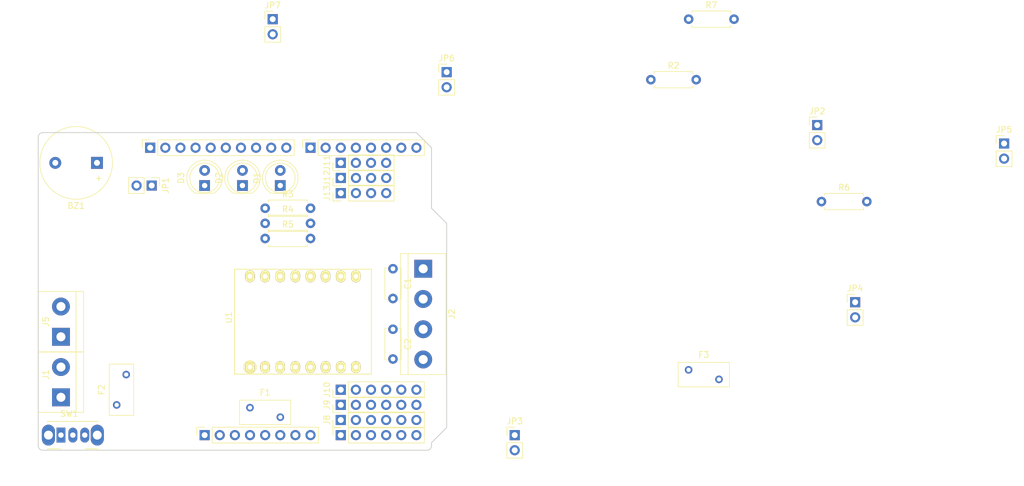
<source format=kicad_pcb>
(kicad_pcb (version 20211014) (generator pcbnew)
  (title_block (date "mar. 31 mars 2015"))
  (layers (0 "F.Cu" signal) (31 "B.Cu" signal) (34 "B.Paste" user) (35 "F.Paste" user) (36 "B.SilkS" user "B.Silkscreen") (37 "F.SilkS" user "F.Silkscreen") (38 "B.Mask" user) (39 "F.Mask" user) (44 "Edge.Cuts" user))
  (net 0 "")
  (net 1 "GND")
  (net 2 "Net-(BZ1-Pad1)")
  (net 3 "+5V")
  (net 4 "/IOREF")
  (net 5 "/A0")
  (net 6 "/A1")
  (net 7 "/A2")
  (net 8 "/A3")
  (net 9 "/SDA{slash}A4")
  (net 10 "/SCL{slash}A5")
  (net 11 "/13")
  (net 12 "/12")
  (net 13 "/AREF")
  (net 14 "/8")
  (net 15 "/7")
  (net 16 "/*11")
  (net 17 "/*10")
  (net 18 "/*9")
  (net 19 "/4")
  (net 20 "/2")
  (net 21 "/*6")
  (net 22 "/*5")
  (net 23 "/TX{slash}1")
  (net 24 "/*3")
  (net 25 "/RX{slash}0")
  (net 26 "Net-(C1-Pad1)")
  (net 27 "Net-(C1-Pad2)")
  (net 28 "/~{RESET}")
  (net 29 "Net-(C2-Pad1)")
  (net 30 "Net-(C2-Pad2)")
  (net 31 "Net-(D1-Pad1)")
  (net 32 "Net-(D2-Pad1)")
  (net 33 "Net-(D3-Pad1)")
  (net 34 "/3")
  (net 35 "Net-(F1-Pad1)")
  (net 36 "Net-(F2-Pad1)")
  (net 37 "/+BAT")
  (net 38 "Net-(F3-Pad1)")
  (net 39 "+3.3V")
  (net 40 "/STUP_IN")
  (net 42 "/Vin")
  (net 43 "Net-(JP2-Pad1)")
  (net 44 "Net-(JP3-Pad1)")
  (net 45 "Net-(D4-Pad4)")
  (net 46 "Net-(JP5-Pad1)")
  (net 47 "Net-(JP6-Pad1)")
  (net 48 "Net-(JP7-Pad1)")
  (footprint "Connector_PinSocket_2.54mm:PinSocket_1x08_P2.54mm_Vertical" (layer "F.Cu") (at 127.94 97.46 90)
    (fp_text reference "J4" hide)
    (fp_text value "Power")
    (fp_line (start -1.33 19.11) (end 1.33 19.11) (layer "F.SilkS") (width 0.12))
    (fp_line (start 1.33 1.27) (end 1.33 19.11) (layer "F.SilkS") (width 0.12))
    (fp_line (start -1.33 1.27) (end 1.33 1.27) (layer "F.SilkS") (width 0.12))
    (fp_line (start 0 -1.33) (end 1.33 -1.33) (layer "F.SilkS") (width 0.12))
    (fp_line (start 1.33 -1.33) (end 1.33 0) (layer "F.SilkS") (width 0.12))
    (fp_line (start -1.33 1.27) (end -1.33 19.11) (layer "F.SilkS") (width 0.12))
    (pad "1" thru_hole rect locked (at 0 0 90) (size 1.7 1.7) (drill 1) (layers *.Cu *.Mask))
    (pad "2" thru_hole oval locked (at 0 2.54 90) (size 1.7 1.7) (drill 1) (layers *.Cu *.Mask) (net 4 "/IOREF"))
    (pad "3" thru_hole oval locked (at 0 5.08 90) (size 1.7 1.7) (drill 1) (layers *.Cu *.Mask) (net 28 "/~{RESET}"))
    (pad "4" thru_hole oval locked (at 0 7.62 90) (size 1.7 1.7) (drill 1) (layers *.Cu *.Mask) (net 38 "Net-(F3-Pad1)"))
    (pad "5" thru_hole oval locked (at 0 10.16 90) (size 1.7 1.7) (drill 1) (layers *.Cu *.Mask) (net 35 "Net-(F1-Pad1)"))
    (pad "6" thru_hole oval locked (at 0 12.7 90) (size 1.7 1.7) (drill 1) (layers *.Cu *.Mask) (net 1 "GND"))
    (pad "7" thru_hole oval locked (at 0 15.24 90) (size 1.7 1.7) (drill 1) (layers *.Cu *.Mask) (net 1 "GND"))
    (pad "8" thru_hole oval locked (at 0 17.78 90) (size 1.7 1.7) (drill 1) (layers *.Cu *.Mask) (net 42 "/Vin"))
  )
  (footprint "Connector_PinSocket_2.54mm:PinSocket_1x06_P2.54mm_Vertical" (layer "F.Cu") (at 150.8 97.46 90)
    (fp_text reference "J6" hide)
    (fp_text value "Analog")
    (fp_line (start 1.33 1.27) (end 1.33 14.03) (layer "F.SilkS") (width 0.12))
    (fp_line (start 0 -1.33) (end 1.33 -1.33) (layer "F.SilkS") (width 0.12))
    (fp_line (start -1.33 1.27) (end 1.33 1.27) (layer "F.SilkS") (width 0.12))
    (fp_line (start -1.33 1.27) (end -1.33 14.03) (layer "F.SilkS") (width 0.12))
    (fp_line (start -1.33 14.03) (end 1.33 14.03) (layer "F.SilkS") (width 0.12))
    (fp_line (start 1.33 -1.33) (end 1.33 0) (layer "F.SilkS") (width 0.12))
    (pad "1" thru_hole rect locked (at 0 0 90) (size 1.7 1.7) (drill 1) (layers *.Cu *.Mask) (net 5 "/A0"))
    (pad "2" thru_hole oval locked (at 0 2.54 90) (size 1.7 1.7) (drill 1) (layers *.Cu *.Mask) (net 6 "/A1"))
    (pad "3" thru_hole oval locked (at 0 5.08 90) (size 1.7 1.7) (drill 1) (layers *.Cu *.Mask) (net 7 "/A2"))
    (pad "4" thru_hole oval locked (at 0 7.62 90) (size 1.7 1.7) (drill 1) (layers *.Cu *.Mask) (net 8 "/A3"))
    (pad "5" thru_hole oval locked (at 0 10.16 90) (size 1.7 1.7) (drill 1) (layers *.Cu *.Mask) (net 9 "/SDA{slash}A4"))
    (pad "6" thru_hole oval locked (at 0 12.7 90) (size 1.7 1.7) (drill 1) (layers *.Cu *.Mask) (net 10 "/SCL{slash}A5"))
  )
  (footprint "Connector_PinSocket_2.54mm:PinSocket_1x10_P2.54mm_Vertical" (layer "F.Cu") (at 118.796 49.2 90)
    (fp_text reference "J3" hide)
    (fp_text value "Digital/PWM")
    (fp_line (start -1.33 24.19) (end 1.33 24.19) (layer "F.SilkS") (width 0.12))
    (fp_line (start -1.33 1.27) (end -1.33 24.19) (layer "F.SilkS") (width 0.12))
    (fp_line (start 1.33 -1.33) (end 1.33 0) (layer "F.SilkS") (width 0.12))
    (fp_line (start 0 -1.33) (end 1.33 -1.33) (layer "F.SilkS") (width 0.12))
    (fp_line (start 1.33 1.27) (end 1.33 24.19) (layer "F.SilkS") (width 0.12))
    (fp_line (start -1.33 1.27) (end 1.33 1.27) (layer "F.SilkS") (width 0.12))
    (pad "1" thru_hole rect locked (at 0 0 90) (size 1.7 1.7) (drill 1) (layers *.Cu *.Mask) (net 10 "/SCL{slash}A5"))
    (pad "2" thru_hole oval locked (at 0 2.54 90) (size 1.7 1.7) (drill 1) (layers *.Cu *.Mask) (net 9 "/SDA{slash}A4"))
    (pad "3" thru_hole oval locked (at 0 5.08 90) (size 1.7 1.7) (drill 1) (layers *.Cu *.Mask) (net 13 "/AREF"))
    (pad "4" thru_hole oval locked (at 0 7.62 90) (size 1.7 1.7) (drill 1) (layers *.Cu *.Mask) (net 1 "GND"))
    (pad "5" thru_hole oval locked (at 0 10.16 90) (size 1.7 1.7) (drill 1) (layers *.Cu *.Mask) (net 11 "/13"))
    (pad "6" thru_hole oval locked (at 0 12.7 90) (size 1.7 1.7) (drill 1) (layers *.Cu *.Mask) (net 12 "/12"))
    (pad "7" thru_hole oval locked (at 0 15.24 90) (size 1.7 1.7) (drill 1) (layers *.Cu *.Mask) (net 16 "/*11"))
    (pad "8" thru_hole oval locked (at 0 17.78 90) (size 1.7 1.7) (drill 1) (layers *.Cu *.Mask) (net 17 "/*10"))
    (pad "9" thru_hole oval locked (at 0 20.32 90) (size 1.7 1.7) (drill 1) (layers *.Cu *.Mask) (net 18 "/*9"))
    (pad "10" thru_hole oval locked (at 0 22.86 90) (size 1.7 1.7) (drill 1) (layers *.Cu *.Mask) (net 14 "/8"))
  )
  (footprint "Connector_PinSocket_2.54mm:PinSocket_1x08_P2.54mm_Vertical" (layer "F.Cu") (at 145.72 49.2 90)
    (fp_text reference "J7" hide)
    (fp_text value "Digital/PWM")
    (fp_line (start -1.33 19.11) (end 1.33 19.11) (layer "F.SilkS") (width 0.12))
    (fp_line (start -1.33 1.27) (end -1.33 19.11) (layer "F.SilkS") (width 0.12))
    (fp_line (start 0 -1.33) (end 1.33 -1.33) (layer "F.SilkS") (width 0.12))
    (fp_line (start -1.33 1.27) (end 1.33 1.27) (layer "F.SilkS") (width 0.12))
    (fp_line (start 1.33 -1.33) (end 1.33 0) (layer "F.SilkS") (width 0.12))
    (fp_line (start 1.33 1.27) (end 1.33 19.11) (layer "F.SilkS") (width 0.12))
    (pad "1" thru_hole rect locked (at 0 0 90) (size 1.7 1.7) (drill 1) (layers *.Cu *.Mask) (net 15 "/7"))
    (pad "2" thru_hole oval locked (at 0 2.54 90) (size 1.7 1.7) (drill 1) (layers *.Cu *.Mask) (net 21 "/*6"))
    (pad "3" thru_hole oval locked (at 0 5.08 90) (size 1.7 1.7) (drill 1) (layers *.Cu *.Mask) (net 22 "/*5"))
    (pad "4" thru_hole oval locked (at 0 7.62 90) (size 1.7 1.7) (drill 1) (layers *.Cu *.Mask) (net 19 "/4"))
    (pad "5" thru_hole oval locked (at 0 10.16 90) (size 1.7 1.7) (drill 1) (layers *.Cu *.Mask) (net 24 "/*3"))
    (pad "6" thru_hole oval locked (at 0 12.7 90) (size 1.7 1.7) (drill 1) (layers *.Cu *.Mask) (net 20 "/2"))
    (pad "7" thru_hole oval locked (at 0 15.24 90) (size 1.7 1.7) (drill 1) (layers *.Cu *.Mask) (net 23 "/TX{slash}1"))
    (pad "8" thru_hole oval locked (at 0 17.78 90) (size 1.7 1.7) (drill 1) (layers *.Cu *.Mask) (net 25 "/RX{slash}0"))
  )
  (footprint "Resistor_THT:R_Axial_DIN0207_L6.3mm_D2.5mm_P7.62mm_Horizontal" (layer "F.Cu") (at 202.87 37.77)
    (fp_text reference "R2" (at 3.81 -2.37) (layer "F.SilkS"))
    (fp_text value "R")
    (fp_line (start 0.54 -1.04) (end 0.54 -1.37) (layer "F.SilkS") (width 0.12))
    (fp_line (start 7.08 -1.37) (end 7.08 -1.04) (layer "F.SilkS") (width 0.12))
    (fp_line (start 0.54 1.37) (end 7.08 1.37) (layer "F.SilkS") (width 0.12))
    (fp_line (start 0.54 1.04) (end 0.54 1.37) (layer "F.SilkS") (width 0.12))
    (fp_line (start 0.54 -1.37) (end 7.08 -1.37) (layer "F.SilkS") (width 0.12))
    (fp_line (start 7.08 1.37) (end 7.08 1.04) (layer "F.SilkS") (width 0.12))
    (pad "1" thru_hole circle (at 0 0) (size 1.6 1.6) (drill 0.8) (layers *.Cu *.Mask) (net 43 "Net-(JP2-Pad1)"))
    (pad "2" thru_hole oval (at 7.62 0) (size 1.6 1.6) (drill 0.8) (layers *.Cu *.Mask) (net 1 "GND"))
  )
  (footprint "Connector_PinHeader_2.54mm:PinHeader_1x06_P2.54mm_Vertical" (layer "F.Cu") (at 150.8 89.84 90)
    (fp_text reference "J10" (at 0 -2.33 90) (layer "F.SilkS"))
    (fp_text value "Anlg. GND")
    (fp_line (start -1.33 0) (end -1.33 -1.33) (layer "F.SilkS") (width 0.12))
    (fp_line (start -1.33 1.27) (end -1.33 14.03) (layer "F.SilkS") (width 0.12))
    (fp_line (start -1.33 1.27) (end 1.33 1.27) (layer "F.SilkS") (width 0.12))
    (fp_line (start -1.33 -1.33) (end 0 -1.33) (layer "F.SilkS") (width 0.12))
    (fp_line (start -1.33 14.03) (end 1.33 14.03) (layer "F.SilkS") (width 0.12))
    (fp_line (start 1.33 1.27) (end 1.33 14.03) (layer "F.SilkS") (width 0.12))
    (pad "1" thru_hole rect (at 0 0 90) (size 1.7 1.7) (drill 1) (layers *.Cu *.Mask) (net 1 "GND"))
    (pad "2" thru_hole oval (at 0 2.54 90) (size 1.7 1.7) (drill 1) (layers *.Cu *.Mask) (net 1 "GND"))
    (pad "3" thru_hole oval (at 0 5.08 90) (size 1.7 1.7) (drill 1) (layers *.Cu *.Mask) (net 1 "GND"))
    (pad "4" thru_hole oval (at 0 7.62 90) (size 1.7 1.7) (drill 1) (layers *.Cu *.Mask) (net 1 "GND"))
    (pad "5" thru_hole oval (at 0 10.16 90) (size 1.7 1.7) (drill 1) (layers *.Cu *.Mask) (net 1 "GND"))
    (pad "6" thru_hole oval (at 0 12.7 90) (size 1.7 1.7) (drill 1) (layers *.Cu *.Mask) (net 1 "GND"))
  )
  (footprint "Fuse:Fuse_BelFuse_0ZRE0005FF_L8.3mm_W3.8mm" (layer "F.Cu") (at 135.55 92.85)
    (fp_text reference "F1" (at 2.54 -2.54) (layer "F.SilkS"))
    (fp_text value "Polyfuse")
    (fp_line (start 6.85 -1.25) (end 6.85 2.85) (layer "F.SilkS") (width 0.12))
    (fp_line (start -1.75 -1.25) (end -1.75 2.85) (layer "F.SilkS") (width 0.12))
    (fp_line (start -1.75 -1.25) (end 6.85 -1.25) (layer "F.SilkS") (width 0.12))
    (fp_line (start -1.75 2.85) (end 6.85 2.85) (layer "F.SilkS") (width 0.12))
    (pad "1" thru_hole circle (at 0 0) (size 1.27 1.27) (drill 0.71) (layers *.Cu *.Mask) (net 35 "Net-(F1-Pad1)"))
    (pad "2" thru_hole circle (at 5.1 1.6) (size 1.27 1.27) (drill 0.71) (layers *.Cu *.Mask) (net 3 "+5V"))
  )
  (footprint "Connector_PinHeader_2.54mm:PinHeader_1x04_P2.54mm_Vertical" (layer "F.Cu") (at 150.8 51.74 90)
    (fp_text reference "J11" (at 0 -2.33 90) (layer "F.SilkS"))
    (fp_text value "Digital")
    (fp_line (start -1.33 1.27) (end -1.33 8.95) (layer "F.SilkS") (width 0.12))
    (fp_line (start -1.33 8.95) (end 1.33 8.95) (layer "F.SilkS") (width 0.12))
    (fp_line (start 1.33 1.27) (end 1.33 8.95) (layer "F.SilkS") (width 0.12))
    (fp_line (start -1.33 -1.33) (end 0 -1.33) (layer "F.SilkS") (width 0.12))
    (fp_line (start -1.33 1.27) (end 1.33 1.27) (layer "F.SilkS") (width 0.12))
    (fp_line (start -1.33 0) (end -1.33 -1.33) (layer "F.SilkS") (width 0.12))
    (pad "1" thru_hole rect (at 0 0 90) (size 1.7 1.7) (drill 1) (layers *.Cu *.Mask) (net 22 "/*5"))
    (pad "2" thru_hole oval (at 0 2.54 90) (size 1.7 1.7) (drill 1) (layers *.Cu *.Mask) (net 19 "/4"))
    (pad "3" thru_hole oval (at 0 5.08 90) (size 1.7 1.7) (drill 1) (layers *.Cu *.Mask) (net 24 "/*3"))
    (pad "4" thru_hole oval (at 0 7.62 90) (size 1.7 1.7) (drill 1) (layers *.Cu *.Mask) (net 20 "/2"))
  )
  (footprint "LED_THT:LED_D5.0mm" (layer "F.Cu") (at 134.29 55.55 90)
    (fp_text reference "D2" (at 1.27 -3.96 90) (layer "F.SilkS"))
    (fp_text value "Yellow")
    (fp_line (start -1.29 -1.545) (end -1.29 1.545) (layer "F.SilkS") (width 0.12))
    (fp_arc (start -1.29 -1.54483) (mid 2.072002 -2.880433) (end 4.26 0.000462) (layer "F.SilkS") (width 0.12))
    (fp_arc (start 4.26 -0.000462) (mid 2.072002 2.880433) (end -1.29 1.54483) (layer "F.SilkS") (width 0.12))
    (fp_circle (center 1.27 0) (end 3.77 0) (layer "F.SilkS") (width 0.12) (fill none))
    (pad "1" thru_hole rect (at 0 0 90) (size 1.8 1.8) (drill 0.9) (layers *.Cu *.Mask) (net 32 "Net-(D2-Pad1)"))
    (pad "2" thru_hole circle (at 2.54 0 90) (size 1.8 1.8) (drill 0.9) (layers *.Cu *.Mask) (net 19 "/4"))
  )
  (footprint "Connector_PinHeader_2.54mm:PinHeader_1x02_P2.54mm_Vertical" (layer "F.Cu") (at 139.37 27.61)
    (fp_text reference "JP7" (at 0 -2.33) (layer "F.SilkS"))
    (fp_text value "Jump_D11")
    (fp_line (start 1.33 1.27) (end 1.33 3.87) (layer "F.SilkS") (width 0.12))
    (fp_line (start -1.33 1.27) (end 1.33 1.27) (layer "F.SilkS") (width 0.12))
    (fp_line (start -1.33 1.27) (end -1.33 3.87) (layer "F.SilkS") (width 0.12))
    (fp_line (start -1.33 0) (end -1.33 -1.33) (layer "F.SilkS") (width 0.12))
    (fp_line (start -1.33 3.87) (end 1.33 3.87) (layer "F.SilkS") (width 0.12))
    (fp_line (start -1.33 -1.33) (end 0 -1.33) (layer "F.SilkS") (width 0.12))
    (pad "1" thru_hole rect (at 0 0) (size 1.7 1.7) (drill 1) (layers *.Cu *.Mask) (net 48 "Net-(JP7-Pad1)"))
    (pad "2" thru_hole oval (at 0 2.54) (size 1.7 1.7) (drill 1) (layers *.Cu *.Mask) (net 16 "/*11"))
  )
  (footprint "LED_THT:LED_D5.0mm" (layer "F.Cu") (at 127.94 55.55 90)
    (fp_text reference "D3" (at 1.27 -3.96 90) (layer "F.SilkS"))
    (fp_text value "Green")
    (fp_line (start -1.29 -1.545) (end -1.29 1.545) (layer "F.SilkS") (width 0.12))
    (fp_arc (start -1.29 -1.54483) (mid 2.072002 -2.880433) (end 4.26 0.000462) (layer "F.SilkS") (width 0.12))
    (fp_arc (start 4.26 -0.000462) (mid 2.072002 2.880433) (end -1.29 1.54483) (layer "F.SilkS") (width 0.12))
    (fp_circle (center 1.27 0) (end 3.77 0) (layer "F.SilkS") (width 0.12) (fill none))
    (pad "1" thru_hole rect (at 0 0 90) (size 1.8 1.8) (drill 0.9) (layers *.Cu *.Mask) (net 33 "Net-(D3-Pad1)"))
    (pad "2" thru_hole circle (at 2.54 0 90) (size 1.8 1.8) (drill 0.9) (layers *.Cu *.Mask) (net 34 "/3"))
  )
  (footprint "Connector_PinHeader_2.54mm:PinHeader_1x02_P2.54mm_Vertical" (layer "F.Cu") (at 230.81 45.39)
    (fp_text reference "JP2" (at 0 -2.33) (layer "F.SilkS"))
    (fp_text value "Jump_A0")
    (fp_line (start -1.33 1.27) (end -1.33 3.87) (layer "F.SilkS") (width 0.12))
    (fp_line (start -1.33 0) (end -1.33 -1.33) (layer "F.SilkS") (width 0.12))
    (fp_line (start -1.33 3.87) (end 1.33 3.87) (layer "F.SilkS") (width 0.12))
    (fp_line (start -1.33 1.27) (end 1.33 1.27) (layer "F.SilkS") (width 0.12))
    (fp_line (start 1.33 1.27) (end 1.33 3.87) (layer "F.SilkS") (width 0.12))
    (fp_line (start -1.33 -1.33) (end 0 -1.33) (layer "F.SilkS") (width 0.12))
    (pad "1" thru_hole rect (at 0 0) (size 1.7 1.7) (drill 1) (layers *.Cu *.Mask) (net 43 "Net-(JP2-Pad1)"))
    (pad "2" thru_hole oval (at 0 2.54) (size 1.7 1.7) (drill 1) (layers *.Cu *.Mask) (net 5 "/A0"))
  )
  (footprint "Connector_PinHeader_2.54mm:PinHeader_1x04_P2.54mm_Vertical" (layer "F.Cu") (at 150.81 56.82 90)
    (fp_text reference "J13" (at 0 -2.33 90) (layer "F.SilkS"))
    (fp_text value "Dig. GND")
    (fp_line (start -1.33 8.95) (end 1.33 8.95) (layer "F.SilkS") (width 0.12))
    (fp_line (start -1.33 1.27) (end 1.33 1.27) (layer "F.SilkS") (width 0.12))
    (fp_line (start -1.33 0) (end -1.33 -1.33) (layer "F.SilkS") (width 0.12))
    (fp_line (start -1.33 1.27) (end -1.33 8.95) (layer "F.SilkS") (width 0.12))
    (fp_line (start 1.33 1.27) (end 1.33 8.95) (layer "F.SilkS") (width 0.12))
    (fp_line (start -1.33 -1.33) (end 0 -1.33) (layer "F.SilkS") (width 0.12))
    (pad "1" thru_hole rect (at 0 0 90) (size 1.7 1.7) (drill 1) (layers *.Cu *.Mask) (net 1 "GND"))
    (pad "2" thru_hole oval (at 0 2.54 90) (size 1.7 1.7) (drill 1) (layers *.Cu *.Mask) (net 1 "GND"))
    (pad "3" thru_hole oval (at 0 5.08 90) (size 1.7 1.7) (drill 1) (layers *.Cu *.Mask) (net 1 "GND"))
    (pad "4" thru_hole oval (at 0 7.62 90) (size 1.7 1.7) (drill 1) (layers *.Cu *.Mask) (net 1 "GND"))
  )
  (footprint "Connector_PinHeader_2.54mm:PinHeader_1x04_P2.54mm_Vertical" (layer "F.Cu") (at 150.81 54.28 90)
    (fp_text reference "J12" (at 0 -2.33 90) (layer "F.SilkS"))
    (fp_text value "Dig. Pwr.")
    (fp_line (start -1.33 1.27) (end 1.33 1.27) (layer "F.SilkS") (width 0.12))
    (fp_line (start -1.33 1.27) (end -1.33 8.95) (layer "F.SilkS") (width 0.12))
    (fp_line (start -1.33 -1.33) (end 0 -1.33) (layer "F.SilkS") (width 0.12))
    (fp_line (start -1.33 0) (end -1.33 -1.33) (layer "F.SilkS") (width 0.12))
    (fp_line (start -1.33 8.95) (end 1.33 8.95) (layer "F.SilkS") (width 0.12))
    (fp_line (start 1.33 1.27) (end 1.33 8.95) (layer "F.SilkS") (width 0.12))
    (pad "1" thru_hole rect (at 0 0 90) (size 1.7 1.7) (drill 1) (layers *.Cu *.Mask) (net 3 "+5V"))
    (pad "2" thru_hole oval (at 0 2.54 90) (size 1.7 1.7) (drill 1) (layers *.Cu *.Mask) (net 3 "+5V"))
    (pad "3" thru_hole oval (at 0 5.08 90) (size 1.7 1.7) (drill 1) (layers *.Cu *.Mask) (net 3 "+5V"))
    (pad "4" thru_hole oval (at 0 7.62 90) (size 1.7 1.7) (drill 1) (layers *.Cu *.Mask) (net 3 "+5V"))
  )
  (footprint "LED_THT:LED_D5.0mm" (layer "F.Cu") (at 140.64 55.55 90)
    (fp_text reference "D1" (at 1.27 -3.96 90) (layer "F.SilkS"))
    (fp_text value "Red")
    (fp_line (start -1.29 -1.545) (end -1.29 1.545) (layer "F.SilkS") (width 0.12))
    (fp_arc (start -1.29 -1.54483) (mid 2.072002 -2.880433) (end 4.26 0.000462) (layer "F.SilkS") (width 0.12))
    (fp_arc (start 4.26 -0.000462) (mid 2.072002 2.880433) (end -1.29 1.54483) (layer "F.SilkS") (width 0.12))
    (fp_circle (center 1.27 0) (end 3.77 0) (layer "F.SilkS") (width 0.12) (fill none))
    (pad "1" thru_hole rect (at 0 0 90) (size 1.8 1.8) (drill 0.9) (layers *.Cu *.Mask) (net 31 "Net-(D1-Pad1)"))
    (pad "2" thru_hole circle (at 2.54 0 90) (size 1.8 1.8) (drill 0.9) (layers *.Cu *.Mask) (net 22 "/*5"))
  )
  (footprint "Connector_PinHeader_2.54mm:PinHeader_1x02_P2.54mm_Vertical" (layer "F.Cu") (at 168.58 36.5)
    (fp_text reference "JP6" (at 0 -2.33) (layer "F.SilkS"))
    (fp_text value "Jump_D12")
    (fp_line (start 1.33 1.27) (end 1.33 3.87) (layer "F.SilkS") (width 0.12))
    (fp_line (start -1.33 1.27) (end 1.33 1.27) (layer "F.SilkS") (width 0.12))
    (fp_line (start -1.33 3.87) (end 1.33 3.87) (layer "F.SilkS") (width 0.12))
    (fp_line (start -1.33 1.27) (end -1.33 3.87) (layer "F.SilkS") (width 0.12))
    (fp_line (start -1.33 -1.33) (end 0 -1.33) (layer "F.SilkS") (width 0.12))
    (fp_line (start -1.33 0) (end -1.33 -1.33) (layer "F.SilkS") (width 0.12))
    (pad "1" thru_hole rect (at 0 0) (size 1.7 1.7) (drill 1) (layers *.Cu *.Mask) (net 47 "Net-(JP6-Pad1)"))
    (pad "2" thru_hole oval (at 0 2.54) (size 1.7 1.7) (drill 1) (layers *.Cu *.Mask) (net 12 "/12"))
  )
  (footprint "Capacitor_THT:C_Disc_D5.0mm_W2.5mm_P5.00mm" (layer "F.Cu") (at 159.563 69.52 -90)
    (fp_text reference "C1" (at 2.5 -2.5 90) (layer "F.SilkS"))
    (fp_text value "C")
    (fp_line (start 5.12 1.055) (end 5.12 1.37) (layer "F.SilkS") (width 0.12))
    (fp_line (start 5.12 -1.37) (end 5.12 -1.055) (layer "F.SilkS") (width 0.12))
    (fp_line (start -0.12 1.37) (end 5.12 1.37) (layer "F.SilkS") (width 0.12))
    (fp_line (start -0.12 1.055) (end -0.12 1.37) (layer "F.SilkS") (width 0.12))
    (fp_line (start -0.12 -1.37) (end -0.12 -1.055) (layer "F.SilkS") (width 0.12))
    (fp_line (start -0.12 -1.37) (end 5.12 -1.37) (layer "F.SilkS") (width 0.12))
    (pad "1" thru_hole circle (at 0 0 270) (size 1.6 1.6) (drill 0.8) (layers *.Cu *.Mask) (net 26 "Net-(C1-Pad1)"))
    (pad "2" thru_hole circle (at 5 0 270) (size 1.6 1.6) (drill 0.8) (layers *.Cu *.Mask) (net 27 "Net-(C1-Pad2)"))
  )
  (footprint "Capacitor_THT:C_Disc_D5.0mm_W2.5mm_P5.00mm" (layer "F.Cu") (at 159.563 79.68 -90)
    (fp_text reference "C2" (at 2.5 -2.5 90) (layer "F.SilkS"))
    (fp_text value "C")
    (fp_line (start -0.12 -1.37) (end 5.12 -1.37) (layer "F.SilkS") (width 0.12))
    (fp_line (start -0.12 -1.37) (end -0.12 -1.055) (layer "F.SilkS") (width 0.12))
    (fp_line (start -0.12 1.37) (end 5.12 1.37) (layer "F.SilkS") (width 0.12))
    (fp_line (start 5.12 -1.37) (end 5.12 -1.055) (layer "F.SilkS") (width 0.12))
    (fp_line (start 5.12 1.055) (end 5.12 1.37) (layer "F.SilkS") (width 0.12))
    (fp_line (start -0.12 1.055) (end -0.12 1.37) (layer "F.SilkS") (width 0.12))
    (pad "1" thru_hole circle (at 0 0 270) (size 1.6 1.6) (drill 0.8) (layers *.Cu *.Mask) (net 29 "Net-(C2-Pad1)"))
    (pad "2" thru_hole circle (at 5 0 270) (size 1.6 1.6) (drill 0.8) (layers *.Cu *.Mask) (net 30 "Net-(C2-Pad2)"))
  )
  (footprint "TerminalBlock:TerminalBlock_bornier-2_P5.08mm" (layer "F.Cu") (at 103.81 80.95 90)
    (fp_text reference "J5" (at 2.54 -2.54 90) (layer "F.SilkS"))
    (fp_text value "STUP->PCB")
    (fp_line (start 7.62 -3.81) (end -2.54 -3.81) (layer "F.SilkS") (width 0.12))
    (fp_line (start -2.54 -3.81) (end -2.54 3.81) (layer "F.SilkS") (width 0.12))
    (fp_line (start -2.54 3.81) (end 7.62 3.81) (layer "F.SilkS") (width 0.12))
    (fp_line (start 7.62 2.54) (end -2.54 2.54) (layer "F.SilkS") (width 0.12))
    (fp_line (start 7.62 3.81) (end 7.62 -3.81) (layer "F.SilkS") (width 0.12))
    (pad "1" thru_hole rect (at 0 0 90) (size 3 3) (drill 1.52) (layers *.Cu *.Mask) (net 42 "/Vin"))
    (pad "2" thru_hole circle (at 5.08 0 90) (size 3 3) (drill 1.52) (layers *.Cu *.Mask) (net 1 "GND"))
  )
  (footprint "Arduino_MountingHole:MountingHole_3.2mm" (layer "F.Cu") (at 115.24 49.2)
    (fp_text reference "MH1" hide)
    (fp_text value "MountingHole_3.2mm" hide)
    (pad "" np_thru_hole circle locked (at 0 0) (size 3.2 3.2) (drill 3.2) (layers *.Cu *.Mask))
  )
  (footprint "Resistor_THT:R_Axial_DIN0207_L6.3mm_D2.5mm_P7.62mm_Horizontal" (layer "F.Cu") (at 209.22 27.61)
    (fp_text reference "R7" (at 3.81 -2.37) (layer "F.SilkS"))
    (fp_text value "R")
    (fp_line (start 7.08 -1.37) (end 7.08 -1.04) (layer "F.SilkS") (width 0.12))
    (fp_line (start 7.08 1.37) (end 7.08 1.04) (layer "F.SilkS") (width 0.12))
    (fp_line (start 0.54 1.37) (end 7.08 1.37) (layer "F.SilkS") (width 0.12))
    (fp_line (start 0.54 -1.37) (end 7.08 -1.37) (layer "F.SilkS") (width 0.12))
    (fp_line (start 0.54 -1.04) (end 0.54 -1.37) (layer "F.SilkS") (width 0.12))
    (fp_line (start 0.54 1.04) (end 0.54 1.37) (layer "F.SilkS") (width 0.12))
    (pad "1" thru_hole circle (at 0 0) (size 1.6 1.6) (drill 0.8) (layers *.Cu *.Mask) (net 48 "Net-(JP7-Pad1)"))
    (pad "2" thru_hole oval (at 7.62 0) (size 1.6 1.6) (drill 0.8) (layers *.Cu *.Mask) (net 1 "GND"))
  )
  (footprint "Resistor_THT:R_Axial_DIN0207_L6.3mm_D2.5mm_P7.62mm_Horizontal" (layer "F.Cu") (at 231.52 58.24)
    (fp_text reference "R6" (at 3.81 -2.37) (layer "F.SilkS"))
    (fp_text value "R")
    (fp_line (start 0.54 1.37) (end 7.08 1.37) (layer "F.SilkS") (width 0.12))
    (fp_line (start 0.54 1.04) (end 0.54 1.37) (layer "F.SilkS") (width 0.12))
    (fp_line (start 7.08 -1.37) (end 7.08 -1.04) (layer "F.SilkS") (width 0.12))
    (fp_line (start 7.08 1.37) (end 7.08 1.04) (layer "F.SilkS") (width 0.12))
    (fp_line (start 0.54 -1.37) (end 7.08 -1.37) (layer "F.SilkS") (width 0.12))
    (fp_line (start 0.54 -1.04) (end 0.54 -1.37) (layer "F.SilkS") (width 0.12))
    (pad "1" thru_hole circle (at 0 0) (size 1.6 1.6) (drill 0.8) (layers *.Cu *.Mask) (net 47 "Net-(JP6-Pad1)"))
    (pad "2" thru_hole oval (at 7.62 0) (size 1.6 1.6) (drill 0.8) (layers *.Cu *.Mask) (net 1 "GND"))
  )
  (footprint "Connector_PinHeader_2.54mm:PinHeader_1x02_P2.54mm_Vertical" (layer "F.Cu") (at 262.19 48.49)
    (fp_text reference "JP5" (at 0 -2.33) (layer "F.SilkS"))
    (fp_text value "Jump_A2")
    (fp_line (start 1.33 1.27) (end 1.33 3.87) (layer "F.SilkS") (width 0.12))
    (fp_line (start -1.33 3.87) (end 1.33 3.87) (layer "F.SilkS") (width 0.12))
    (fp_line (start -1.33 -1.33) (end 0 -1.33) (layer "F.SilkS") (width 0.12))
    (fp_line (start -1.33 0) (end -1.33 -1.33) (layer "F.SilkS") (width 0.12))
    (fp_line (start -1.33 1.27) (end 1.33 1.27) (layer "F.SilkS") (width 0.12))
    (fp_line (start -1.33 1.27) (end -1.33 3.87) (layer "F.SilkS") (width 0.12))
    (pad "1" thru_hole rect (at 0 0) (size 1.7 1.7) (drill 1) (layers *.Cu *.Mask) (net 46 "Net-(JP5-Pad1)"))
    (pad "2" thru_hole oval (at 0 2.54) (size 1.7 1.7) (drill 1) (layers *.Cu *.Mask) (net 7 "/A2"))
  )
  (footprint "Resistor_THT:R_Axial_DIN0207_L6.3mm_D2.5mm_P7.62mm_Horizontal" (layer "F.Cu") (at 138.1 59.36)
    (fp_text reference "R3" (at 3.81 -2.37) (layer "F.SilkS"))
    (fp_text value "R")
    (fp_line (start 7.08 -1.37) (end 7.08 -1.04) (layer "F.SilkS") (width 0.12))
    (fp_line (start 0.54 -1.04) (end 0.54 -1.37) (layer "F.SilkS") (width 0.12))
    (fp_line (start 7.08 1.37) (end 7.08 1.04) (layer "F.SilkS") (width 0.12))
    (fp_line (start 0.54 -1.37) (end 7.08 -1.37) (layer "F.SilkS") (width 0.12))
    (fp_line (start 0.54 1.37) (end 7.08 1.37) (layer "F.SilkS") (width 0.12))
    (fp_line (start 0.54 1.04) (end 0.54 1.37) (layer "F.SilkS") (width 0.12))
    (pad "1" thru_hole circle (at 0 0) (size 1.6 1.6) (drill 0.8) (layers *.Cu *.Mask) (net 31 "Net-(D1-Pad1)"))
    (pad "2" thru_hole oval (at 7.62 0) (size 1.6 1.6) (drill 0.8) (layers *.Cu *.Mask) (net 1 "GND"))
  )
  (footprint "Connector_PinHeader_2.54mm:PinHeader_1x02_P2.54mm_Vertical" (layer "F.Cu") (at 119.05 55.55 -90)
    (fp_text reference "JP1" (at 0 -2.33 90) (layer "F.SilkS"))
    (fp_text value "Jump_D13")
    (fp_line (start 1.33 1.27) (end 1.33 3.87) (layer "F.SilkS") (width 0.12))
    (fp_line (start -1.33 1.27) (end -1.33 3.87) (layer "F.SilkS") (width 0.12))
    (fp_line (start -1.33 1.27) (end 1.33 1.27) (layer "F.SilkS") (width 0.12))
    (fp_line (start -1.33 -1.33) (end 0 -1.33) (layer "F.SilkS") (width 0.12))
    (fp_line (start -1.33 3.87) (end 1.33 3.87) (layer "F.SilkS") (width 0.12))
    (fp_line (start -1.33 0) (end -1.33 -1.33) (layer "F.SilkS") (width 0.12))
    (pad "1" thru_hole rect (at 0 0 270) (size 1.7 1.7) (drill 1) (layers *.Cu *.Mask) (net 11 "/13"))
    (pad "2" thru_hole oval (at 0 2.54 270) (size 1.7 1.7) (drill 1) (layers *.Cu *.Mask) (net 2 "Net-(BZ1-Pad1)"))
  )
  (footprint "Fuse:Fuse_BelFuse_0ZRE0005FF_L8.3mm_W3.8mm" (layer "F.Cu") (at 209.21 86.5)
    (fp_text reference "F3" (at 2.54 -2.54) (layer "F.SilkS"))
    (fp_text value "Polyfuse")
    (fp_line (start -1.75 2.85) (end 6.85 2.85) (layer "F.SilkS") (width 0.12))
    (fp_line (start 6.85 -1.25) (end 6.85 2.85) (layer "F.SilkS") (width 0.12))
    (fp_line (start -1.75 -1.25) (end -1.75 2.85) (layer "F.SilkS") (width 0.12))
    (fp_line (start -1.75 -1.25) (end 6.85 -1.25) (layer "F.SilkS") (width 0.12))
    (pad "1" thru_hole circle (at 0 0) (size 1.27 1.27) (drill 0.71) (layers *.Cu *.Mask) (net 38 "Net-(F3-Pad1)"))
    (pad "2" thru_hole circle (at 5.1 1.6) (size 1.27 1.27) (drill 0.71) (layers *.Cu *.Mask) (net 39 "+3.3V"))
  )
  (footprint "Fuse:Fuse_BelFuse_0ZRE0005FF_L8.3mm_W3.8mm" (layer "F.Cu") (at 113.17 92.39 90)
    (fp_text reference "F2" (at 2.54 -2.54 90) (layer "F.SilkS"))
    (fp_text value "Polyfuse")
    (fp_line (start -1.75 -1.25) (end -1.75 2.85) (layer "F.SilkS") (width 0.12))
    (fp_line (start -1.75 -1.25) (end 6.85 -1.25) (layer "F.SilkS") (width 0.12))
    (fp_line (start 6.85 -1.25) (end 6.85 2.85) (layer "F.SilkS") (width 0.12))
    (fp_line (start -1.75 2.85) (end 6.85 2.85) (layer "F.SilkS") (width 0.12))
    (pad "1" thru_hole circle (at 0 0 90) (size 1.27 1.27) (drill 0.71) (layers *.Cu *.Mask) (net 36 "Net-(F2-Pad1)"))
    (pad "2" thru_hole circle (at 5.1 1.6 90) (size 1.27 1.27) (drill 0.71) (layers *.Cu *.Mask) (net 37 "/+BAT"))
  )
  (footprint "bl_kicad:Buzzer_11.45x8RM7" (layer "F.Cu") (at 110.16 51.74 180)
    (fp_text reference "BZ1" (at 3.8 -7.2) (layer "F.SilkS"))
    (fp_text value "Buzzer")
    (fp_text user "+" (at -0.01 -2.54) (layer "F.SilkS"))
    (fp_circle (center 3.8 0) (end 9.9 0) (layer "F.SilkS") (width 0.12) (fill none))
    (pad "1" thru_hole rect (at 0.3 0 180) (size 2 2) (drill 1) (layers *.Cu *.Mask) (net 2 "Net-(BZ1-Pad1)"))
    (pad "2" thru_hole circle (at 7.3 0 180) (size 2 2) (drill 1) (layers *.Cu *.Mask) (net 1 "GND"))
  )
  (footprint "Button_Switch_THT:SW_CuK_OS102011MA1QN1_SPDT_Angled" (layer "F.Cu") (at 103.81 97.46)
    (fp_text reference "SW1" (at 1.4 -3.6) (layer "F.SilkS"))
    (fp_text value "SW_SPST")
    (fp_line (start 4 2.3) (end 6.3 2.3) (layer "F.SilkS") (width 0.15))
    (fp_line (start -2.3 -2.3) (end 6.3 -2.3) (layer "F.SilkS") (width 0.15))
    (fp_line (start -2.3 2.3) (end -0.1 2.3) (layer "F.SilkS") (width 0.15))
    (pad "" thru_hole oval (at -2.1 0) (size 2.2 3.5) (drill 1.5) (layers *.Cu *.Mask))
    (pad "" thru_hole oval (at 6.1 0) (size 2.2 3.5) (drill 1.5) (layers *.Cu *.Mask))
    (pad "1" thru_hole rect (at 0 0) (size 1.5 2.5) (drill 0.9) (layers *.Cu *.Mask) (net 37 "/+BAT"))
    (pad "2" thru_hole oval (at 2 0) (size 1.5 2.5) (drill 0.9) (layers *.Cu *.Mask) (net 40 "/STUP_IN"))
    (pad "3" thru_hole oval (at 4 0) (size 1.5 2.5) (drill 0.9) (layers *.Cu *.Mask))
  )
  (footprint "TerminalBlock:TerminalBlock_bornier-4_P5.08mm" (layer "F.Cu") (at 164.643 69.52 -90)
    (fp_text reference "J2" (at 7.6 -4.8 90) (layer "F.SilkS"))
    (fp_text value "Motors Connector")
    (fp_line (start -2.54 -3.81) (end 17.78 -3.81) (layer "F.SilkS") (width 0.12))
    (fp_line (start 17.78 2.54) (end -2.54 2.54) (layer "F.SilkS") (width 0.12))
    (fp_line (start 17.78 3.81) (end 17.78 -3.81) (layer "F.SilkS") (width 0.12))
    (fp_line (start -2.54 3.81) (end 17.78 3.81) (layer "F.SilkS") (width 0.12))
    (fp_line (start -2.54 -3.81) (end -2.54 3.81) (layer "F.SilkS") (width 0.12))
    (pad "1" thru_hole rect (at 0 0 270) (size 3 3) (drill 1.52) (layers *.Cu *.Mask) (net 26 "Net-(C1-Pad1)"))
    (pad "2" thru_hole circle (at 5.08 0 270) (size 3 3) (drill 1.52) (layers *.Cu *.Mask) (net 27 "Net-(C1-Pad2)"))
    (pad "3" thru_hole circle (at 10.16 0 270) (size 3 3) (drill 1.52) (layers *.Cu *.Mask) (net 29 "Net-(C2-Pad1)"))
    (pad "4" thru_hole circle (at 15.24 0 270) (size 3 3) (drill 1.52) (layers *.Cu *.Mask) (net 30 "Net-(C2-Pad2)"))
  )
  (footprint "TerminalBlock:TerminalBlock_bornier-2_P5.08mm" (layer "F.Cu") (at 103.81 91.11 90)
    (fp_text reference "J1" (at 3.81 -2.54 90) (layer "F.SilkS"))
    (fp_text value "BATTERY -> STUP")
    (fp_line (start 7.62 -3.81) (end -2.54 -3.81) (layer "F.SilkS") (width 0.12))
    (fp_line (start -2.54 3.81) (end 7.62 3.81) (layer "F.SilkS") (width 0.12))
    (fp_line (start 7.62 3.81) (end 7.62 -3.81) (layer "F.SilkS") (width 0.12))
    (fp_line (start -2.54 -3.81) (end -2.54 3.81) (layer "F.SilkS") (width 0.12))
    (fp_line (start 7.62 2.54) (end -2.54 2.54) (layer "F.SilkS") (width 0.12))
    (pad "1" thru_hole rect (at 0 0 90) (size 3 3) (drill 1.52) (layers *.Cu *.Mask) (net 40 "/STUP_IN"))
    (pad "2" thru_hole circle (at 5.08 0 90) (size 3 3) (drill 1.52) (layers *.Cu *.Mask) (net 37 "/+BAT"))
  )
  (footprint "Arduino_MountingHole:MountingHole_3.2mm" (layer "F.Cu") (at 113.97 97.46)
    (fp_text reference "MH2" hide)
    (fp_text value "MountingHole_3.2mm" hide)
    (pad "" np_thru_hole circle locked (at 0 0) (size 3.2 3.2) (drill 3.2) (layers *.Cu *.Mask))
  )
  (footprint "Resistor_THT:R_Axial_DIN0207_L6.3mm_D2.5mm_P7.62mm_Horizontal" (layer "F.Cu") (at 138.1 61.9)
    (fp_text reference "R4" (at 3.81 -2.37) (layer "F.SilkS"))
    (fp_text value "R")
    (fp_line (start 7.08 -1.37) (end 7.08 -1.04) (layer "F.SilkS") (width 0.12))
    (fp_line (start 0.54 -1.04) (end 0.54 -1.37) (layer "F.SilkS") (width 0.12))
    (fp_line (start 7.08 1.37) (end 7.08 1.04) (layer "F.SilkS") (width 0.12))
    (fp_line (start 0.54 1.37) (end 7.08 1.37) (layer "F.SilkS") (width 0.12))
    (fp_line (start 0.54 1.04) (end 0.54 1.37) (layer "F.SilkS") (width 0.12))
    (fp_line (start 0.54 -1.37) (end 7.08 -1.37) (layer "F.SilkS") (width 0.12))
    (pad "1" thru_hole circle (at 0 0) (size 1.6 1.6) (drill 0.8) (layers *.Cu *.Mask) (net 32 "Net-(D2-Pad1)"))
    (pad "2" thru_hole oval (at 7.62 0) (size 1.6 1.6) (drill 0.8) (layers *.Cu *.Mask) (net 1 "GND"))
  )
  (footprint "Resistor_THT:R_Axial_DIN0207_L6.3mm_D2.5mm_P7.62mm_Horizontal" (layer "F.Cu") (at 138.1 64.44)
    (fp_text reference "R5" (at 3.81 -2.37) (layer "F.SilkS"))
    (fp_text value "R")
    (fp_line (start 0.54 -1.04) (end 0.54 -1.37) (layer "F.SilkS") (width 0.12))
    (fp_line (start 0.54 1.37) (end 7.08 1.37) (layer "F.SilkS") (width 0.12))
    (fp_line (start 7.08 -1.37) (end 7.08 -1.04) (layer "F.SilkS") (width 0.12))
    (fp_line (start 7.08 1.37) (end 7.08 1.04) (layer "F.SilkS") (width 0.12))
    (fp_line (start 0.54 -1.37) (end 7.08 -1.37) (layer "F.SilkS") (width 0.12))
    (fp_line (start 0.54 1.04) (end 0.54 1.37) (layer "F.SilkS") (width 0.12))
    (pad "1" thru_hole circle (at 0 0) (size 1.6 1.6) (drill 0.8) (layers *.Cu *.Mask) (net 33 "Net-(D3-Pad1)"))
    (pad "2" thru_hole oval (at 7.62 0) (size 1.6 1.6) (drill 0.8) (layers *.Cu *.Mask) (net 1 "GND"))
  )
  (footprint "Arduino_MountingHole:MountingHole_3.2mm" (layer "F.Cu") (at 166.04 64.44)
    (fp_text reference "MH3" hide)
    (fp_text value "MountingHole_3.2mm" hide)
    (pad "" np_thru_hole circle locked (at 0 0) (size 3.2 3.2) (drill 3.2) (layers *.Cu *.Mask))
  )
  (footprint "Connector_PinHeader_2.54mm:PinHeader_1x02_P2.54mm_Vertical" (layer "F.Cu") (at 180.01 97.46)
    (fp_text reference "JP3" (at 0 -2.33) (layer "F.SilkS"))
    (fp_text value "Jump_A1")
    (fp_line (start -1.33 1.27) (end 1.33 1.27) (layer "F.SilkS") (width 0.12))
    (fp_line (start -1.33 0) (end -1.33 -1.33) (layer "F.SilkS") (width 0.12))
    (fp_line (start -1.33 3.87) (end 1.33 3.87) (layer "F.SilkS") (width 0.12))
    (fp_line (start -1.33 -1.33) (end 0 -1.33) (layer "F.SilkS") (width 0.12))
    (fp_line (start 1.33 1.27) (end 1.33 3.87) (layer "F.SilkS") (width 0.12))
    (fp_line (start -1.33 1.27) (end -1.33 3.87) (layer "F.SilkS") (width 0.12))
    (pad "1" thru_hole rect (at 0 0) (size 1.7 1.7) (drill 1) (layers *.Cu *.Mask) (net 44 "Net-(JP3-Pad1)"))
    (pad "2" thru_hole oval (at 0 2.54) (size 1.7 1.7) (drill 1) (layers *.Cu *.Mask) (net 6 "/A1"))
  )
  (footprint "Arduino_MountingHole:MountingHole_3.2mm" (layer "F.Cu") (at 166.04 92.38)
    (fp_text reference "MH4" hide)
    (fp_text value "MountingHole_3.2mm" hide)
    (pad "" np_thru_hole circle locked (at 0 0) (size 3.2 3.2) (drill 3.2) (layers *.Cu *.Mask))
  )
  (footprint "Connector_PinHeader_2.54mm:PinHeader_1x06_P2.54mm_Vertical" (layer "F.Cu") (at 150.8 94.92 90)
    (fp_text reference "J8" (at 0 -2.33 90) (layer "F.SilkS"))
    (fp_text value "Analog")
    (fp_line (start -1.33 14.03) (end 1.33 14.03) (layer "F.SilkS") (width 0.12))
    (fp_line (start -1.33 -1.33) (end 0 -1.33) (layer "F.SilkS") (width 0.12))
    (fp_line (start 1.33 1.27) (end 1.33 14.03) (layer "F.SilkS") (width 0.12))
    (fp_line (start -1.33 1.27) (end 1.33 1.27) (layer "F.SilkS") (width 0.12))
    (fp_line (start -1.33 1.27) (end -1.33 14.03) (layer "F.SilkS") (width 0.12))
    (fp_line (start -1.33 0) (end -1.33 -1.33) (layer "F.SilkS") (width 0.12))
    (pad "1" thru_hole rect (at 0 0 90) (size 1.7 1.7) (drill 1) (layers *.Cu *.Mask) (net 5 "/A0"))
    (pad "2" thru_hole oval (at 0 2.54 90) (size 1.7 1.7) (drill 1) (layers *.Cu *.Mask) (net 6 "/A1"))
    (pad "3" thru_hole oval (at 0 5.08 90) (size 1.7 1.7) (drill 1) (layers *.Cu *.Mask) (net 7 "/A2"))
    (pad "4" thru_hole oval (at 0 7.62 90) (size 1.7 1.7) (drill 1) (layers *.Cu *.Mask) (net 8 "/A3"))
    (pad "5" thru_hole oval (at 0 10.16 90) (size 1.7 1.7) (drill 1) (layers *.Cu *.Mask) (net 9 "/SDA{slash}A4"))
    (pad "6" thru_hole oval (at 0 12.7 90) (size 1.7 1.7) (drill 1) (layers *.Cu *.Mask) (net 10 "/SCL{slash}A5"))
  )
  (footprint "bl_kicad:DIP-16_600" (layer "F.Cu") (at 135.55 86.035 90)
    (fp_text reference "U1" (at 8.32 -3.54 90) (layer "F.SilkS"))
    (fp_text value "TB6612FNG_BREAKOUT")
    (fp_line (start -1.18 20.39) (end 16.43 20.39) (layer "F.SilkS") (width 0.15))
    (fp_line (start 16.43 20.39) (end 16.43 -2.59) (layer "F.SilkS") (width 0.15))
    (fp_line (start -1.18 -2.55) (end -1.18 20.39) (layer "F.SilkS") (width 0.15))
    (fp_line (start 16.43 -2.59) (end -1.18 -2.59) (layer "F.SilkS") (width 0.15))
    (fp_line (start -1.18 -2.59) (end -1.18 -2.49) (layer "F.SilkS") (width 0.15))
    (fp_circle (center 0 0) (end 1.05 0.15) (layer "F.SilkS") (width 0.15) (fill none))
    (pad "1" thru_hole oval locked (at 0 0 90) (size 2 1.6) (drill 0.8) (layers *.Cu *.Mask "F.SilkS") (net 36 "Net-(F2-Pad1)"))
    (pad "2" thru_hole oval locked (at 0 2.54 90) (size 2 1.6) (drill 0.8) (layers *.Cu *.Mask "F.SilkS") (net 3 "+5V"))
    (pad "3" thru_hole oval locked (at 0 5.08 90) (size 2 1.6) (drill 0.8) (layers *.Cu *.Mask "F.SilkS") (net 1 "GND"))
    (pad "4" thru_hole oval locked (at 0 7.62 90) (size 2 1.6) (drill 0.8) (layers *.Cu *.Mask "F.SilkS") (net 26 "Net-(C1-Pad1)"))
    (pad "5" thru_hole oval locked (at 0 10.16 90) (size 2 1.6) (drill 0.8) (layers *.Cu *.Mask "F.SilkS") (net 27 "Net-(C1-Pad2)"))
    (pad "6" thru_hole oval locked (at 0 12.7 90) (size 2 1.6) (drill 0.8) (layers *.Cu *.Mask "F.SilkS") (net 29 "Net-(C2-Pad1)"))
    (pad "7" thru_hole oval locked (at 0 15.24 90) (size 2 1.6) (drill 0.8) (layers *.Cu *.Mask "F.SilkS") (net 30 "Net-(C2-Pad2)"))
    (pad "8" thru_hole oval locked (at 0 17.78 90) (size 2 1.6) (drill 0.8) (layers *.Cu *.Mask "F.SilkS") (net 1 "GND"))
    (pad "9" thru_hole oval locked (at 15.24 17.78 90) (size 2 1.6) (drill 0.8) (layers *.Cu *.Mask "F.SilkS") (net 1 "GND"))
    (pad "10" thru_hole oval locked (at 15.24 15.24 90) (size 2 1.6) (drill 0.8) (layers *.Cu *.Mask "F.SilkS") (net 3 "+5V"))
    (pad "11" thru_hole oval locked (at 15.24 12.7 90) (size 2 1.6) (drill 0.8) (layers *.Cu *.Mask "F.SilkS") (net 21 "/*6"))
    (pad "12" thru_hole oval locked (at 15.24 10.16 90) (size 2 1.6) (drill 0.8) (layers *.Cu *.Mask "F.SilkS") (net 15 "/7"))
    (pad "13" thru_hole oval locked (at 15.24 7.62 90) (size 2 1.6) (drill 0.8) (layers *.Cu *.Mask "F.SilkS") (net 3 "+5V"))
    (pad "14" thru_hole oval locked (at 15.24 5.08 90) (size 2 1.6) (drill 0.8) (layers *.Cu *.Mask "F.SilkS") (net 14 "/8"))
    (pad "15" thru_hole oval locked (at 15.24 2.54 90) (size 2 1.6) (drill 0.8) (layers *.Cu *.Mask "F.SilkS") (net 18 "/*9"))
    (pad "16" thru_hole oval locked (at 15.24 0 90) (size 2 1.6) (drill 0.8) (layers *.Cu *.Mask "F.SilkS") (net 3 "+5V"))
  )
  (footprint "Connector_PinHeader_2.54mm:PinHeader_1x02_P2.54mm_Vertical" (layer "F.Cu") (at 237.18 75.14)
    (fp_text reference "JP4" (at 0 -2.33) (layer "F.SilkS"))
    (fp_text value "Jump_D2")
    (fp_line (start -1.33 -1.33) (end 0 -1.33) (layer "F.SilkS") (width 0.12))
    (fp_line (start -1.33 1.27) (end 1.33 1.27) (layer "F.SilkS") (width 0.12))
    (fp_line (start -1.33 0) (end -1.33 -1.33) (layer "F.SilkS") (width 0.12))
    (fp_line (start -1.33 1.27) (end -1.33 3.87) (layer "F.SilkS") (width 0.12))
    (fp_line (start 1.33 1.27) (end 1.33 3.87) (layer "F.SilkS") (width 0.12))
    (fp_line (start -1.33 3.87) (end 1.33 3.87) (layer "F.SilkS") (width 0.12))
    (pad "1" thru_hole rect (at 0 0) (size 1.7 1.7) (drill 1) (layers *.Cu *.Mask) (net 20 "/2"))
    (pad "2" thru_hole oval (at 0 2.54) (size 1.7 1.7) (drill 1) (layers *.Cu *.Mask) (net 45 "Net-(D4-Pad4)"))
  )
  (footprint "Connector_PinHeader_2.54mm:PinHeader_1x06_P2.54mm_Vertical" (layer "F.Cu") (at 150.8 92.38 90)
    (fp_text reference "J9" (at 0 -2.33 90) (layer "F.SilkS"))
    (fp_text value "Anlg. Pwr")
    (fp_line (start 1.33 1.27) (end 1.33 14.03) (layer "F.SilkS") (width 0.12))
    (fp_line (start -1.33 -1.33) (end 0 -1.33) (layer "F.SilkS") (width 0.12))
    (fp_line (start -1.33 0) (end -1.33 -1.33) (layer "F.SilkS") (width 0.12))
    (fp_line (start -1.33 1.27) (end 1.33 1.27) (layer "F.SilkS") (width 0.12))
    (fp_line (start -1.33 14.03) (end 1.33 14.03) (layer "F.SilkS") (width 0.12))
    (fp_line (start -1.33 1.27) (end -1.33 14.03) (layer "F.SilkS") (width 0.12))
    (pad "1" thru_hole rect (at 0 0 90) (size 1.7 1.7) (drill 1) (layers *.Cu *.Mask) (net 3 "+5V"))
    (pad "2" thru_hole oval (at 0 2.54 90) (size 1.7 1.7) (drill 1) (layers *.Cu *.Mask) (net 3 "+5V"))
    (pad "3" thru_hole oval (at 0 5.08 90) (size 1.7 1.7) (drill 1) (layers *.Cu *.Mask) (net 3 "+5V"))
    (pad "4" thru_hole oval (at 0 7.62 90) (size 1.7 1.7) (drill 1) (layers *.Cu *.Mask) (net 3 "+5V"))
    (pad "5" thru_hole oval (at 0 10.16 90) (size 1.7 1.7) (drill 1) (layers *.Cu *.Mask) (net 3 "+5V"))
    (pad "6" thru_hole oval (at 0 12.7 90) (size 1.7 1.7) (drill 1) (layers *.Cu *.Mask) (net 3 "+5V"))
  )
  (gr_line (start 166.04 59.36) (end 168.58 61.9) (layer "Edge.Cuts") (width 0.15))
  (gr_line (start 100 99.238) (end 100 47.422) (layer "Edge.Cuts") (width 0.15))
  (gr_line (start 168.58 61.9) (end 168.58 96.19) (layer "Edge.Cuts") (width 0.15))
  (gr_line (start 165.278 100) (end 100.762 100) (layer "Edge.Cuts") (width 0.15))
  (gr_line (start 100.762 46.66) (end 163.5 46.66) (layer "Edge.Cuts") (width 0.15))
  (gr_arc (start 100.762 100) (mid 100.223185 99.776815) (end 100 99.238) (layer "Edge.Cuts") (width 0.15))
  (gr_line (start 168.58 96.19) (end 166.04 98.73) (layer "Edge.Cuts") (width 0.15))
  (gr_line (start 163.5 46.66) (end 166.04 49.2) (layer "Edge.Cuts") (width 0.15))
  (gr_arc (start 166.04 99.238) (mid 165.816815 99.776815) (end 165.278 100) (layer "Edge.Cuts") (width 0.15))
  (gr_line (start 166.04 49.2) (end 166.04 59.36) (layer "Edge.Cuts") (width 0.15))
  (gr_line (start 166.04 98.73) (end 166.04 99.238) (layer "Edge.Cuts") (width 0.15))
  (gr_arc (start 100 47.422) (mid 100.223185 46.883185) (end 100.762 46.66) (layer "Edge.Cuts") (width 0.15))
)
</source>
